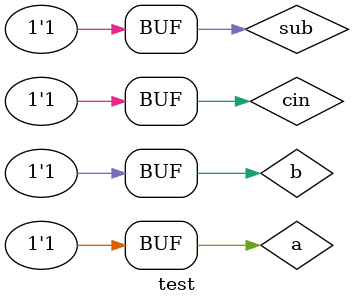
<source format=v>
module test;
   reg a, b, cin, sub;
   wire s, cout;

   full_add test_additionneur(a, b, cin, sub, s, cout);

   initial
     begin
	a = 0;
	b = 0;
	cin = 0;
	sub = 0;
	#5;
	a = 1;
	b = 0;
	cin = 0;
	sub = 0;
	#5;
	a = 0;
	b = 1;
	cin = 0;
	sub = 0;
	#5;
	a = 1;
	b = 1;
	cin = 0;
	sub = 0;
	#5;
	a = 0;
	b = 0;
	cin = 1;
	sub = 0;
	#5;
	a = 1;
	b = 0;
	cin = 1;
	sub = 0;
	#5;
	a = 0;
	b = 1;
	cin = 1;
	sub = 0;
	#5;
	a = 1;
	b = 1;
	cin = 1;
	sub = 0;
	#5;

	a = 0;
	b = 0;
	cin = 0;
	sub = 1;
	#5;
	a = 1;
	b = 0;
	cin = 0;
	sub = 1;
	#5;
	a = 0;
	b = 1;
	cin = 0;
	sub = 1;
	#5;
	a = 1;
	b = 1;
	cin = 0;
	sub = 1;
	#5;
	a = 0;
	b = 0;
	cin = 1;
	sub = 1;
	#5;
	a = 1;
	b = 0;
	cin = 1;
	sub = 1;
	#5;
	a = 0;
	b = 1;
	cin = 1;
	sub = 1;
	#5;
	a = 1;
	b = 1;
	cin = 1;
	sub = 1;
     end // initial begin
   initial
     begin
	$dumpfile("full_add.vcd");
	$dumpvars;
     end

   initial
     begin
	$display("\t\ttime,\ta,\tb, \tsub, \tcin,\ts,\ttcout");
	$monitor("%d \t%b \t%b \t%b \t%b \t%b \t%b", $time, a, b, sub, cin, s, cout);
     end
endmodule // test

</source>
